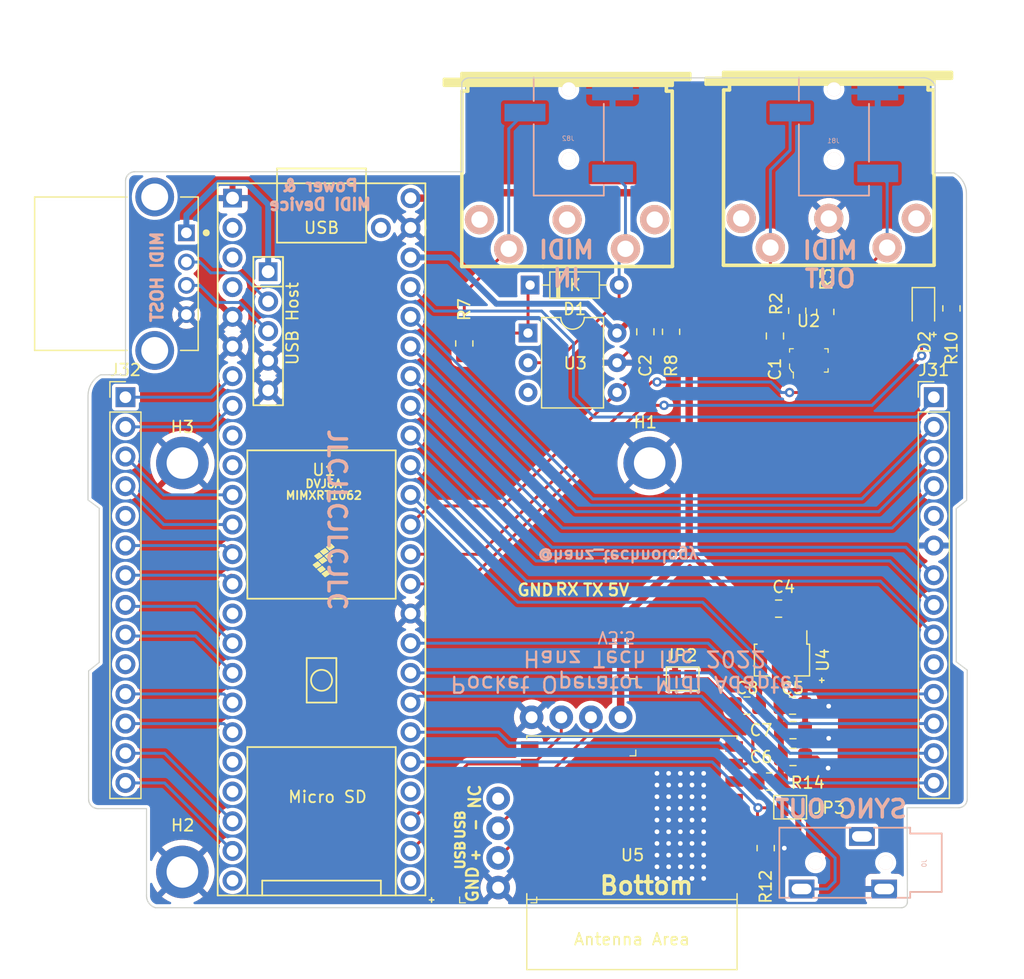
<source format=kicad_pcb>
(kicad_pcb (version 20211014) (generator pcbnew)
  (layers (0 "F.Cu" signal) (31 "B.Cu" signal) (34 "B.Paste" user) (35 "F.Paste" user) (36 "B.SilkS" user "B.Silkscreen") (37 "F.SilkS" user "F.Silkscreen") (38 "B.Mask" user) (39 "F.Mask" user) (44 "Edge.Cuts" user))
  (net 0 "")
  (net 1 "Board_0-/bottom/3.3V")
  (net 2 "Board_0-/bottom/3.3V_ESP32")
  (net 3 "Board_0-/bottom/5V")
  (net 4 "Board_0-/bottom/ESP32_EN")
  (net 5 "Board_0-/bottom/GIPO_PATTERN")
  (net 6 "Board_0-/bottom/GND")
  (net 7 "Board_0-/bottom/GPIO_1")
  (net 8 "Board_0-/bottom/GPIO_10")
  (net 9 "Board_0-/bottom/GPIO_11")
  (net 10 "Board_0-/bottom/GPIO_12")
  (net 11 "Board_0-/bottom/GPIO_13")
  (net 12 "Board_0-/bottom/GPIO_14")
  (net 13 "Board_0-/bottom/GPIO_15")
  (net 14 "Board_0-/bottom/GPIO_16")
  (net 15 "Board_0-/bottom/GPIO_2")
  (net 16 "Board_0-/bottom/GPIO_3")
  (net 17 "Board_0-/bottom/GPIO_4")
  (net 18 "Board_0-/bottom/GPIO_5")
  (net 19 "Board_0-/bottom/GPIO_6")
  (net 20 "Board_0-/bottom/GPIO_7")
  (net 21 "Board_0-/bottom/GPIO_8")
  (net 22 "Board_0-/bottom/GPIO_9")
  (net 23 "Board_0-/bottom/GPIO_BPM")
  (net 24 "Board_0-/bottom/GPIO_FX")
  (net 25 "Board_0-/bottom/GPIO_PLAY")
  (net 26 "Board_0-/bottom/GPIO_SOUND")
  (net 27 "Board_0-/bottom/GPIO_SPECIAL")
  (net 28 "Board_0-/bottom/GPIO_WRITE")
  (net 29 "Board_0-/bottom/H_USB_5V")
  (net 30 "Board_0-/bottom/H_USB_D+")
  (net 31 "Board_0-/bottom/H_USB_D-")
  (net 32 "Board_0-/bottom/MIDI_1_BUF_OUT")
  (net 33 "Board_0-/bottom/MIDI_1_IN")
  (net 34 "Board_0-/bottom/MIDI_1_OUT")
  (net 35 "Board_0-/bottom/MIDI_IN_EXT")
  (net 36 "Board_0-/bottom/MIDI_OUT_EXT")
  (net 37 "Board_0-/bottom/SYNC_OUT")
  (net 38 "Board_0-Net-(C8-Pad1)")
  (net 39 "Board_0-Net-(D1-Pad1)")
  (net 40 "Board_0-Net-(D1-Pad2)")
  (net 41 "Board_0-Net-(D2-Pad1)")
  (net 42 "Board_0-Net-(D2-Pad2)")
  (net 43 "Board_0-Net-(J40-Pad4)")
  (net 44 "Board_0-Net-(J81-Pad2)")
  (net 45 "Board_0-Net-(J81-Pad3)")
  (net 46 "Board_0-Net-(J96-Pad2)")
  (net 47 "Board_0-Net-(J96-Pad3)")
  (net 48 "Board_0-Net-(R14-Pad1)")
  (net 49 "Board_0-unconnected-(J0-Pad3)")
  (net 50 "Board_0-unconnected-(J31-Pad10)")
  (net 51 "Board_0-unconnected-(J31-Pad5)")
  (net 52 "Board_0-unconnected-(J32-Pad10)")
  (net 53 "Board_0-unconnected-(J32-Pad5)")
  (net 54 "Board_0-unconnected-(J40-Pad1)")
  (net 55 "Board_0-unconnected-(J40-Pad2)")
  (net 56 "Board_0-unconnected-(J40-Pad3)")
  (net 57 "Board_0-unconnected-(J90-Pad1)")
  (net 58 "Board_0-unconnected-(J90-Pad3)")
  (net 59 "Board_0-unconnected-(J96-Pad4)")
  (net 60 "Board_0-unconnected-(U1-Pad10)")
  (net 61 "Board_0-unconnected-(U1-Pad15)")
  (net 62 "Board_0-unconnected-(U1-Pad2)")
  (net 63 "Board_0-unconnected-(U1-Pad20)")
  (net 64 "Board_0-unconnected-(U1-Pad21)")
  (net 65 "Board_0-unconnected-(U1-Pad24)")
  (net 66 "Board_0-unconnected-(U1-Pad25)")
  (net 67 "Board_0-unconnected-(U1-Pad28)")
  (net 68 "Board_0-unconnected-(U1-Pad3)")
  (net 69 "Board_0-unconnected-(U1-Pad4)")
  (net 70 "Board_0-unconnected-(U1-Pad49)")
  (net 71 "Board_0-unconnected-(U1-Pad9)")
  (net 72 "Board_0-unconnected-(U2-Pad1)")
  (net 73 "Board_0-unconnected-(U3-Pad3)")
  (net 74 "Board_0-unconnected-(U5-Pad10)")
  (net 75 "Board_0-unconnected-(U5-Pad15)")
  (net 76 "Board_0-unconnected-(U5-Pad16)")
  (net 77 "Board_0-unconnected-(U5-Pad17)")
  (net 78 "Board_0-unconnected-(U5-Pad18)")
  (net 79 "Board_0-unconnected-(U5-Pad3)")
  (net 80 "Board_0-unconnected-(U5-Pad4)")
  (net 81 "Board_0-unconnected-(U5-Pad5)")
  (net 82 "Board_0-unconnected-(U5-Pad6)")
  (footprint "MountingHole:MountingHole_2.7mm_M2.5_ISO7380_Pad" (layer "F.Cu") (at 159.7024 97.68)
    (fp_text reference "H1")
    (fp_text value "MountingHole_Pad")
  )
  (footprint "Jumper:SolderJumper-2_P1.3mm_Open_Pad1.0x1.5mm" (layer "F.Cu") (at 162.9024 116.38)
    (fp_text reference "JP2")
    (fp_text value "SolderJumper_2_Open")
  )
  (footprint "Resistor_SMD:R_0805_2012Metric_Pad1.20x1.40mm_HandSolder" (layer "F.Cu") (at 172.70986 84.88 -90)
    (fp_text reference "R2")
    (fp_text value "220")
  )
  (footprint "Espressif:ESP32-C3-WROOM-02" (layer "F.Cu") (at 158.55986 130.03 180)
    (fp_text reference "U5")
    (fp_text value "ESP32-C3-WROOM-02")
  )
  (footprint "LED_SMD:LED_0805_2012Metric_Pad1.15x1.40mm_HandSolder" (layer "F.Cu") (at 183.50986 84.755 -90)
    (fp_text reference "D2")
    (fp_text value "LED")
  )
  (footprint "Capacitor_SMD:C_0805_2012Metric_Pad1.18x1.45mm_HandSolder" (layer "F.Cu") (at 172.34736 120.78)
    (fp_text reference "C7")
    (fp_text value "10uF")
  )
  (footprint "poma:TE_292303-1" (layer "F.Cu") (at 120.41986 78.21 -90)
    (fp_text reference "J70" hide)
    (fp_text value "USB_A")
  )
  (footprint "Teensy:Teensy41_poma" (layer "F.Cu") (at 131.98986 104.45 -90)
    (fp_text reference "U1")
    (fp_text value "Teensy4.1")
  )
  (footprint "Resistor_SMD:R_0805_2012Metric_Pad1.20x1.40mm_HandSolder" (layer "F.Cu") (at 185.90986 84.68 -90)
    (fp_text reference "R10")
    (fp_text value "68")
  )
  (footprint "Capacitor_SMD:C_0805_2012Metric_Pad1.18x1.45mm_HandSolder" (layer "F.Cu") (at 168.40986 118.68)
    (fp_text reference "C8")
    (fp_text value "0.1uF")
  )
  (footprint "digikey-footprints:PinHeader_1x4_P2.54mm_Drill1.02mm" (layer "F.Cu") (at 147.10986 134.26 90)
    (fp_text reference "J96" hide)
    (fp_text value "0022232041")
  )
  (footprint "Capacitor_SMD:C_0805_2012Metric_Pad1.18x1.45mm_HandSolder" (layer "F.Cu") (at 171.1149 110.38)
    (fp_text reference "C4")
    (fp_text value "1uF")
  )
  (footprint "digikey-footprints:PinHeader_1x4_P2.54mm_Drill1.02mm" (layer "F.Cu") (at 157.58986 119.68 180)
    (fp_text reference "J99" hide)
    (fp_text value "0022232041")
  )
  (footprint "Package_TO_SOT_SMD:SOT-89-3" (layer "F.Cu") (at 171.4024 114.48 -90)
    (fp_text reference "U4")
    (fp_text value "LM1117-3.3")
  )
  (footprint "Capacitor_SMD:C_0805_2012Metric_Pad1.18x1.45mm_HandSolder" (layer "F.Cu") (at 170.8024 87.0425 90)
    (fp_text reference "C1")
    (fp_text value "0.1uF")
  )
  (footprint "Resistor_SMD:R_0805_2012Metric_Pad1.20x1.40mm_HandSolder" (layer "F.Cu") (at 161.90986 86.68 -90)
    (fp_text reference "R8")
    (fp_text value "470")
  )
  (footprint "Resistor_SMD:R_0805_2012Metric_Pad1.20x1.40mm_HandSolder" (layer "F.Cu") (at 170.30986 125.18)
    (fp_text reference "R14")
    (fp_text value "10K")
  )
  (footprint "Resistor_SMD:R_0805_2012Metric_Pad1.20x1.40mm_HandSolder" (layer "F.Cu") (at 170.00986 130.88 90)
    (fp_text reference "R12")
    (fp_text value "10K")
  )
  (footprint "Capacitor_SMD:C_0805_2012Metric_Pad1.18x1.45mm_HandSolder" (layer "F.Cu") (at 159.70986 86.68 90)
    (fp_text reference "C2")
    (fp_text value "0.1uF")
  )
  (footprint "Package_DIP:DIP-6_W7.62mm" (layer "F.Cu") (at 149.66588 86.7912)
    (fp_text reference "U3")
    (fp_text value "H11L1M")
  )
  (footprint "Capacitor_SMD:C_0805_2012Metric_Pad1.18x1.45mm_HandSolder" (layer "F.Cu") (at 172.30986 118.68)
    (fp_text reference "C5")
    (fp_text value "10uF")
  )
  (footprint "MountingHole:MountingHole_2.7mm_M2.5_ISO7380_Pad" (layer "F.Cu") (at 120.078 98.08)
    (fp_text reference "H3")
    (fp_text value "MountingHole_Pad")
  )
  (footprint "Capacitor_SMD:C_0805_2012Metric_Pad1.18x1.45mm_HandSolder" (layer "F.Cu") (at 172.34736 123.08)
    (fp_text reference "C6")
    (fp_text value "0.1uF")
  )
  (footprint "Diode_THT:D_DO-35_SOD27_P7.62mm_Horizontal" (layer "F.Cu") (at 149.8424 82.68)
    (fp_text reference "D1")
    (fp_text value "1N914")
  )
  (footprint "MountingHole:MountingHole_2.7mm_M2.5_ISO7380_Pad" (layer "F.Cu") (at 120.1024 132.18)
    (fp_text reference "H2")
    (fp_text value "MountingHole_Pad")
  )
  (footprint "Resistor_SMD:R_0805_2012Metric_Pad1.20x1.40mm_HandSolder" (layer "F.Cu") (at 144.20986 87.68 -90)
    (fp_text reference "R7")
    (fp_text value "220")
  )
  (footprint "Resistor_SMD:R_0805_2012Metric_Pad1.20x1.40mm_HandSolder" (layer "F.Cu") (at 175.10986 84.98 -90)
    (fp_text reference "R3")
    (fp_text value "220")
  )
  (footprint "Jumper:SolderJumper-2_P1.3mm_Open_Pad1.0x1.5mm" (layer "F.Cu") (at 172.1024 127.38 180)
    (fp_text reference "JP3")
    (fp_text value "SolderJumper_2_Open")
  )
  (footprint "digikey-footprints:SOT-753" (layer "F.Cu") (at 173.7024 89.13)
    (fp_text reference "U2")
    (fp_text value "SN74LVC1G07DBVR")
  )
  (footprint "Connector_PinHeader_2.54mm:PinHeader_1x14_P2.54mm_Vertical" (layer "F.Cu") (at 115.2024 92.28)
    (fp_text reference "J32")
    (fp_text value "Conn_01x14_Female")
  )
  (footprint "poma:MIDI_DIN5_NO_ATTACHEMENT" (layer "F.Cu") (at 153.00986 74.08 180)
    (fp_text reference "J40" hide)
    (fp_text value "MIDI_1_IN" hide)
  )
  (footprint "poma:MIDI_DIN5_NO_ATTACHEMENT" (layer "F.Cu") (at 175.40986 73.98 180)
    (fp_text reference "J90" hide)
    (fp_text value "MIDI_1_OUT" hide)
  )
  (footprint "Connector_PinHeader_2.54mm:PinHeader_1x14_P2.54mm_Vertical" (layer "F.Cu") (at 184.4024 92.28)
    (fp_text reference "J31")
    (fp_text value "Conn_01x14_Female")
  )
  (footprint "jacks:3.5mm_stereo_jack_PJ320B" (layer "B.Cu") (at 175.8524 65.92 180)
    (fp_text reference "J81")
    (fp_text value "PJ-320B" hide)
  )
  (footprint "poma:3.5mm_stereo_jack_PJ320B_THRU" (layer "B.Cu") (at 180.2794 132.13 90)
    (fp_text reference "J0")
    (fp_text value "PJ-320B" hide)
  )
  (footprint "jacks:3.5mm_stereo_jack_PJ320B" (layer "B.Cu") (at 153.1524 65.92 180)
    (fp_text reference "J82")
    (fp_text value "PJ-320B" hide)
  )
  (gr_line (start 182.001693 135.815865) (end 181.963135 135.852891) (layer "Edge.Cuts") (width 0.1))
  (gr_line (start 184.426819 65.434066) (end 184.456891 65.483456) (layer "Edge.Cuts") (width 0.1))
  (gr_line (start 184.32159 65.296423) (end 184.359089 65.34044) (layer "Edge.Cuts") (width 0.1))
  (gr_line (start 181.619543 135.981573) (end 117.77 135.981) (layer "Edge.Cuts") (width 0.1))
  (gr_line (start 117.718826 135.963662) (end 117.666254 135.943572) (layer "Edge.Cuts") (width 0.1))
  (gr_line (start 183.557871 64.935089) (end 183.615548 64.939223) (layer "Edge.Cuts") (width 0.1))
  (gr_line (start 112.014402 91.933023) (end 112.027973 91.829551) (layer "Edge.Cuts") (width 0.1))
  (gr_line (start 117.008999 127.501) (end 112.86 127.501) (layer "Edge.Cuts") (width 0.1))
  (gr_line (start 183.786141 64.969802) (end 183.841663 64.985959) (layer "Edge.Cuts") (width 0.1))
  (gr_line (start 117.008829 134.865116) (end 117.008999 127.501) (layer "Edge.Cuts") (width 0.1))
  (gr_line (start 144.230964 65.079153) (end 144.263902 65.056696) (layer "Edge.Cuts") (width 0.1))
  (gr_line (start 181.852027 135.926837) (end 181.802938 135.948129) (layer "Edge.Cuts") (width 0.1))
  (gr_line (start 186.458974 73.30742) (end 186.538105 73.375459) (layer "Edge.Cuts") (width 0.1))
  (gr_line (start 115.209 90.368992) (end 115.209956 73.738107) (layer "Edge.Cuts") (width 0.1))
  (gr_line (start 184.359089 65.34044) (end 184.394208 65.386379) (layer "Edge.Cuts") (width 0.1))
  (gr_line (start 184.195892 65.177103) (end 184.239878 65.214639) (layer "Edge.Cuts") (width 0.1))
  (gr_line (start 115.53902 73.131974) (end 115.573579 73.108219) (layer "Edge.Cuts") (width 0.1))
  (gr_line (start 144.199288 65.103357) (end 144.230964 65.079153) (layer "Edge.Cuts") (width 0.1))
  (gr_line (start 112.220012 91.23613) (end 112.269637 91.144325) (layer "Edge.Cuts") (width 0.1))
  (gr_line (start 187.125852 127.106757) (end 187.080148 127.165803) (layer "Edge.Cuts") (width 0.1))
  (gr_line (start 117.468581 135.836427) (end 117.423081 135.803366) (layer "Edge.Cuts") (width 0.1))
  (gr_line (start 186.595057 127.419181) (end 186.520459 127.422959) (layer "Edge.Cuts") (width 0.1))
  (gr_line (start 117.013495 135.089829) (end 117.007885 135.033761) (layer "Edge.Cuts") (width 0.1))
  (gr_line (start 183.615548 64.939223) (end 183.672925 64.946401) (layer "Edge.Cuts") (width 0.1))
  (gr_line (start 184.102236 65.109235) (end 184.149941 65.141913) (layer "Edge.Cuts") (width 0.1))
  (gr_line (start 182.080105 135.707799) (end 182.052074 135.753377) (layer "Edge.Cuts") (width 0.1))
  (gr_line (start 117.007885 135.033761) (end 117.005238 134.977528) (layer "Edge.Cuts") (width 0.1))
  (gr_line (start 117.033495 135.200536) (end 117.022043 135.145472) (layer "Edge.Cuts") (width 0.1))
  (gr_line (start 186.845324 127.34758) (end 186.776613 127.377064) (layer "Edge.Cuts") (width 0.1))
  (gr_line (start 112.382863 90.969136) (end 112.446186 90.886184) (layer "Edge.Cuts") (width 0.1))
  (gr_line (start 187.023702 74.047203) (end 187.063496 74.143678) (layer "Edge.Cuts") (width 0.1))
  (gr_line (start 144.406244 64.985591) (end 144.443981 64.972742) (layer "Edge.Cuts") (width 0.1))
  (gr_line (start 112.691245 127.481363) (end 112.64987 127.471427) (layer "Edge.Cuts") (width 0.1))
  (gr_line (start 182.140999 135.419939) (end 182.144651 135.450926) (layer "Edge.Cuts") (width 0.1))
  (gr_line (start 115.248071 73.532447) (end 115.262052 73.492966) (layer "Edge.Cuts") (width 0.1))
  (gr_line (start 112.568812 127.445086) (end 112.529501 127.4288) (layer "Edge.Cuts") (width 0.1))
  (gr_line (start 112.051196 126.770447) (end 112.047854 126.727975) (layer "Edge.Cuts") (width 0.1))
  (gr_line (start 115.236146 73.572707) (end 115.248071 73.532447) (layer "Edge.Cuts") (width 0.1))
  (gr_line (start 187.080148 127.165803) (end 187.028634 127.219996) (layer "Edge.Cuts") (width 0.1))
  (gr_line (start 112.135404 127.05478) (end 112.117066 127.016325) (layer "Edge.Cuts") (width 0.1))
  (gr_line (start 144.263902 65.056696) (end 144.298005 65.036052) (layer "Edge.Cuts") (width 0.1))
  (gr_line (start 144.298005 65.036052) (end 144.333174 65.017281) (layer "Edge.Cuts") (width 0.1))
  (gr_line (start 144.168967 65.129237) (end 144.199288 65.103357) (layer "Edge.Cuts") (width 0.1))
  (gr_line (start 115.926157 72.983349) (end 115.967964 72.980058) (layer "Edge.Cuts") (width 0.1))
  (gr_line (start 117.065037 135.308578) (end 117.047843 135.254973) (layer "Edge.Cuts") (width 0.1))
  (gr_line (start 112.049004 115.7099) (end 112.959 114.97952) (layer "Edge.Cuts") (width 0.1))
  (gr_line (start 184.239878 65.214639) (end 184.281816 65.25445) (layer "Edge.Cuts") (width 0.1))
  (gr_line (start 112.453608 127.390129) (end 112.417283 127.367868) (layer "Edge.Cuts") (width 0.1))
  (gr_line (start 112.90837 90.46736) (end 112.997139 90.412489) (layer "Edge.Cuts") (width 0.1))
  (gr_line (start 115.36182 73.309194) (end 115.38738 73.275882) (layer "Edge.Cuts") (width 0.1))
  (gr_line (start 184.001979 65.051667) (end 184.052869 65.079124) (layer "Edge.Cuts") (width 0.1))
  (gr_line (start 112.04693 91.726876) (end 112.071204 91.62538) (layer "Edge.Cuts") (width 0.1))
  (gr_line (start 187.098206 74.242097) (end 187.127738 74.342191) (layer "Edge.Cuts") (width 0.1))
  (gr_line (start 117.260148 135.648499) (end 117.224789 135.604693) (layer "Edge.Cuts") (width 0.1))
  (gr_line (start 115.967964 72.980058) (end 116.009859 72.97896) (layer "Edge.Cuts") (width 0.1))
  (gr_line (start 144.040591 65.281024) (end 144.062898 65.247984) (layer "Edge.Cuts") (width 0.1))
  (gr_line (start 187.261 115.64) (end 187.261 126.69) (layer "Edge.Cuts") (width 0.1))
  (gr_line (start 115.762359 73.018167) (end 115.802568 73.006256) (layer "Edge.Cuts") (width 0.1))
  (gr_line (start 181.777597 135.956891) (end 181.725891 135.970461) (layer "Edge.Cuts") (width 0.1))
  (gr_line (start 112.056756 126.812686) (end 112.051196 126.770447) (layer "Edge.Cuts") (width 0.1))
  (gr_line (start 115.338097 73.343712) (end 115.36182 73.309194) (layer "Edge.Cuts") (width 0.1))
  (gr_line (start 181.92098 135.885844) (end 181.898657 135.900699) (layer "Edge.Cuts") (width 0.1))
  (gr_line (start 182.111003 127.421) (end 182.140999 135.419939) (layer "Edge.Cuts") (width 0.1))
  (gr_line (start 183.841663 64.985959) (end 183.896252 65.00503) (layer "Edge.Cuts") (width 0.1))
  (gr_line (start 186.705369 127.399415) (end 186.668965 127.407862) (layer "Edge.Cuts") (width 0.1))
  (gr_line (start 186.685163 73.523401) (end 186.752727 73.602939) (layer "Edge.Cuts") (width 0.1))
  (gr_line (start 187.261 126.69) (end 187.249563 126.79703) (layer "Edge.Cuts") (width 0.1))
  (gr_line (start 187.192694 74.753882) (end 187.195415 74.85818) (layer "Edge.Cuts") (width 0.1))
  (gr_line (start 112.5854 90.730703) (end 112.660878 90.658636) (layer "Edge.Cuts") (width 0.1))
  (gr_line (start 181.673025 135.978722) (end 181.619543 135.981573) (layer "Edge.Cuts") (width 0.1))
  (gr_line (start 186.668965 127.407862) (end 186.595057 127.419181) (layer "Edge.Cuts") (width 0.1))
  (gr_line (start 112.417283 127.367868) (end 112.38213 127.343706) (layer "Edge.Cuts") (width 0.1))
  (gr_line (start 115.609379 73.086279) (end 115.646187 73.066293) (layer "Edge.Cuts") (width 0.1))
  (gr_line (start 187.184538 74.649841) (end 187.192694 74.753882) (layer "Edge.Cuts") (width 0.1))
  (gr_line (start 116.009859 72.97896) (end 144.008998 72.978999) (layer "Edge.Cuts") (width 0.1))
  (gr_line (start 117.515801 135.867077) (end 117.468581 135.836427) (layer "Edge.Cuts") (width 0.1))
  (gr_line (start 115.226369 73.613434) (end 115.236146 73.572707) (layer "Edge.Cuts") (width 0.1))
  (gr_line (start 112.074464 126.896003) (end 112.064509 126.854525) (layer "Edge.Cuts") (width 0.1))
  (gr_line (start 117.022043 135.145472) (end 117.013495 135.089829) (layer "Edge.Cuts") (width 0.1))
  (gr_line (start 184.394208 65.386379) (end 184.426819 65.434066) (layer "Edge.Cuts") (width 0.1))
  (gr_line (start 112.285038 127.260768) (end 112.255749 127.229901) (layer "Edge.Cuts") (width 0.1))
  (gr_line (start 112.529501 127.4288) (end 112.491048 127.410458) (layer "Edge.Cuts") (width 0.1))
  (gr_line (start 144.48241 64.961939) (end 144.521315 64.953241) (layer "Edge.Cuts") (width 0.1))
  (gr_line (start 112.315978 127.290131) (end 112.285038 127.260768) (layer "Edge.Cuts") (width 0.1))
  (gr_line (start 117.564615 135.895223) (end 117.515801 135.867077) (layer "Edge.Cuts") (width 0.1))
  (gr_line (start 113.089077 90.362221) (end 113.820007 90.359) (layer "Edge.Cuts") (width 0.1))
  (gr_line (start 186.321 101.820481) (end 186.321 114.929502) (layer "Edge.Cuts") (width 0.1))
  (gr_line (start 187.249563 126.79703) (end 187.234527 126.87022) (layer "Edge.Cuts") (width 0.1))
  (gr_line (start 112.348332 127.317768) (end 112.315978 127.290131) (layer "Edge.Cuts") (width 0.1))
  (gr_line (start 117.085049 135.361253) (end 117.065037 135.308578) (layer "Edge.Cuts") (width 0.1))
  (gr_line (start 112.660878 90.658636) (end 112.73997 90.590634) (layer "Edge.Cuts") (width 0.1))
  (gr_line (start 115.884528 72.988832) (end 115.926157 72.983349) (layer "Edge.Cuts") (width 0.1))
  (gr_line (start 187.200999 92.079999) (end 187.210999 101.109998) (layer "Edge.Cuts") (width 0.1))
  (gr_line (start 115.505792 73.157473) (end 115.53902 73.131974) (layer "Edge.Cuts") (width 0.1))
  (gr_line (start 115.296174 73.416322) (end 115.316185 73.379469) (layer "Edge.Cuts") (width 0.1))
  (gr_line (start 112.959 114.97952) (end 112.959 101.790504) (layer "Edge.Cuts") (width 0.1))
  (gr_line (start 144.086958 65.216199) (end 144.1127 65.18576) (layer "Edge.Cuts") (width 0.1))
  (gr_line (start 112.269637 91.144325) (end 112.323951 91.055276) (layer "Edge.Cuts") (width 0.1))
  (gr_line (start 144.560661 64.946656) (end 183.379975 64.939) (layer "Edge.Cuts") (width 0.1))
  (gr_line (start 115.573579 73.108219) (end 115.609379 73.086279) (layer "Edge.Cuts") (width 0.1))
  (gr_line (start 144.14005 65.156757) (end 144.168967 65.129237) (layer "Edge.Cuts") (width 0.1))
  (gr_line (start 112.071204 91.62538) (end 112.100721 91.525337) (layer "Edge.Cuts") (width 0.1))
  (gr_line (start 115.213245 73.696297) (end 115.218725 73.654667) (layer "Edge.Cuts") (width 0.1))
  (gr_line (start 187.234527 126.87022) (end 187.212164 126.941513) (layer "Edge.Cuts") (width 0.1))
  (gr_line (start 115.218725 73.654667) (end 115.226369 73.613434) (layer "Edge.Cuts") (width 0.1))
  (gr_line (start 186.538105 73.375459) (end 186.613582 73.447531) (layer "Edge.Cuts") (width 0.1))
  (gr_line (start 112.155756 127.092267) (end 112.135404 127.05478) (layer "Edge.Cuts") (width 0.1))
  (gr_line (start 187.146418 127.075554) (end 187.125852 127.106757) (layer "Edge.Cuts") (width 0.1))
  (gr_line (start 183.949756 65.026961) (end 184.001979 65.051667) (layer "Edge.Cuts") (width 0.1))
  (gr_line (start 184.509087 65.586974) (end 184.510999 73.079) (layer "Edge.Cuts") (width 0.1))
  (gr_line (start 112.04674 126.685359) (end 112.049004 115.7099) (layer "Edge.Cuts") (width 0.1))
  (gr_line (start 186.752727 73.602939) (end 186.816052 73.685891) (layer "Edge.Cuts") (width 0.1))
  (gr_line (start 182.121594 135.609359) (end 182.103343 135.659657) (layer "Edge.Cuts") (width 0.1))
  (gr_line (start 112.027973 91.829551) (end 112.04693 91.726876) (layer "Edge.Cuts") (width 0.1))
  (gr_line (start 187.182702 127.010179) (end 187.146418 127.075554) (layer "Edge.Cuts") (width 0.1))
  (gr_line (start 112.255749 127.229901) (end 112.228081 127.197504) (layer "Edge.Cuts") (width 0.1))
  (gr_line (start 183.729843 64.956603) (end 183.786141 64.969802) (layer "Edge.Cuts") (width 0.1))
  (gr_line (start 187.170968 74.546367) (end 187.184538 74.649841) (layer "Edge.Cuts") (width 0.1))
  (gr_line (start 186.910611 127.311345) (end 186.845324 127.34758) (layer "Edge.Cuts") (width 0.1))
  (gr_line (start 144.443981 64.972742) (end 144.48241 64.961939) (layer "Edge.Cuts") (width 0.1))
  (gr_line (start 186.37636 73.243569) (end 186.458974 73.30742) (layer "Edge.Cuts") (width 0.1))
  (gr_line (start 186.941857 127.290752) (end 186.910611 127.311345) (layer "Edge.Cuts") (width 0.1))
  (gr_line (start 117.161201 135.511762) (end 117.133177 135.462937) (layer "Edge.Cuts") (width 0.1))
  (gr_line (start 186.1101 73.079005) (end 186.201804 73.129269) (layer "Edge.Cuts") (width 0.1))
  (gr_line (start 181.963135 135.852891) (end 181.92098 135.885844) (layer "Edge.Cuts") (width 0.1))
  (gr_line (start 112.100766 126.976963) (end 112.086548 126.936802) (layer "Edge.Cuts") (width 0.1))
  (gr_line (start 144.369305 65.000438) (end 144.406244 64.985591) (layer "Edge.Cuts") (width 0.1))
  (gr_line (start 112.513747 90.806647) (end 112.5854 90.730703) (layer "Edge.Cuts") (width 0.1))
  (gr_line (start 182.103343 135.659657) (end 182.080105 135.707799) (layer "Edge.Cuts") (width 0.1))
  (gr_line (start 183.500056 64.934011) (end 183.557871 64.935089) (layer "Edge.Cuts") (width 0.1))
  (gr_line (start 115.722828 73.032166) (end 115.762359 73.018167) (layer "Edge.Cuts") (width 0.1))
  (gr_line (start 186.520459 127.422959) (end 182.111003 127.421) (layer "Edge.Cuts") (width 0.1))
  (gr_line (start 117.107786 135.412752) (end 117.085049 135.361253) (layer "Edge.Cuts") (width 0.1))
  (gr_line (start 187.210999 101.109998) (end 186.321 101.820481) (layer "Edge.Cuts") (width 0.1))
  (gr_line (start 183.672925 64.946401) (end 183.729843 64.956603) (layer "Edge.Cuts") (width 0.1))
  (gr_line (start 112.64987 127.471427) (end 112.609021 127.459327) (layer "Edge.Cuts") (width 0.1))
  (gr_line (start 112.064509 126.854525) (end 112.056756 126.812686) (layer "Edge.Cuts") (width 0.1))
  (gr_line (start 112.733186 127.489138) (end 112.691245 127.481363) (layer "Edge.Cuts") (width 0.1))
  (gr_line (start 115.646187 73.066293) (end 115.684037 73.048236) (layer "Edge.Cuts") (width 0.1))
  (gr_line (start 186.613582 73.447531) (end 186.685163 73.523401) (layer "Edge.Cuts") (width 0.1))
  (gr_line (start 182.144188 135.477819) (end 182.139175 135.531091) (layer "Edge.Cuts") (width 0.1))
  (gr_line (start 186.816052 73.685891) (end 186.874994 73.772075) (layer "Edge.Cuts") (width 0.1))
  (gr_line (start 112.086548 126.936802) (end 112.074464 126.896003) (layer "Edge.Cuts") (width 0.1))
  (gr_line (start 117.666254 135.943572) (end 117.614798 135.920736) (layer "Edge.Cuts") (width 0.1))
  (gr_line (start 117.297728 135.690344) (end 117.260148 135.648499) (layer "Edge.Cuts") (width 0.1))
  (gr_line (start 184.281816 65.25445) (end 184.32159 65.296423) (layer "Edge.Cuts") (width 0.1))
  (gr_line (start 187.212164 126.941513) (end 187.182702 127.010179) (layer "Edge.Cuts") (width 0.1))
  (gr_line (start 112.822541 90.526816) (end 112.90837 90.46736) (layer "Edge.Cuts") (width 0.1))
  (gr_line (start 112.491048 127.410458) (end 112.453608 127.390129) (layer "Edge.Cuts") (width 0.1))
  (gr_line (start 117.614798 135.920736) (end 117.564615 135.895223) (layer "Edge.Cuts") (width 0.1))
  (gr_line (start 117.133177 135.462937) (end 117.107786 135.412752) (layer "Edge.Cuts") (width 0.1))
  (gr_line (start 186.321 114.929502) (end 187.261 115.64) (layer "Edge.Cuts") (width 0.1))
  (gr_line (start 115.802568 73.006256) (end 115.843294 72.996477) (layer "Edge.Cuts") (width 0.1))
  (gr_line (start 144.333174 65.017281) (end 144.369305 65.000438) (layer "Edge.Cuts") (width 0.1))
  (gr_line (start 144.062898 65.247984) (end 144.086958 65.216199) (layer "Edge.Cuts") (width 0.1))
  (gr_line (start 117.047843 135.254973) (end 117.033495 135.200536) (layer "Edge.Cuts") (width 0.1))
  (gr_line (start 117.005553 134.921287) (end 117.008829 134.865116) (layer "Edge.Cuts") (width 0.1))
  (gr_line (start 187.195415 74.85818) (end 187.200999 92.079999) (layer "Edge.Cuts") (width 0.1))
  (gr_line (start 144.008998 72.978999) (end 143.999004 65.349909) (layer "Edge.Cuts") (width 0.1))
  (gr_line (start 112.135429 91.426919) (end 112.175221 91.330445) (layer "Edge.Cuts") (width 0.1))
  (gr_line (start 182.128791 135.58353) (end 182.121594 135.609359) (layer "Edge.Cuts") (width 0.1))
  (gr_line (start 182.036328 135.775079) (end 182.001693 135.815865) (layer "Edge.Cuts") (width 0.1))
  (gr_line (start 184.052869 65.079124) (end 184.102236 65.109235) (layer "Edge.Cuts") (width 0.1))
  (gr_line (start 112.178016 127.128593) (end 112.155756 127.092267) (layer "Edge.Cuts") (width 0.1))
  (gr_line (start 115.262052 73.492966) (end 115.278098 73.454221) (layer "Edge.Cuts") (width 0.1))
  (gr_line (start 112.202115 127.163662) (end 112.178016 127.128593) (layer "Edge.Cuts") (width 0.1))
  (gr_line (start 186.201804 73.129269) (end 186.290573 73.184142) (layer "Edge.Cuts") (width 0.1))
  (gr_line (start 112.86 127.501) (end 112.775425 127.4947) (layer "Edge.Cuts") (width 0.1))
  (gr_line (start 117.224789 135.604693) (end 117.191785 135.559087) (layer "Edge.Cuts") (width 0.1))
  (gr_line (start 115.278098 73.454221) (end 115.296174 73.416322) (layer "Edge.Cuts") (width 0.1))
  (gr_line (start 187.127738 74.342191) (end 187.152012 74.443689) (layer "Edge.Cuts") (width 0.1))
  (gr_line (start 117.379344 135.767923) (end 117.337532 135.730227) (layer "Edge.Cuts") (width 0.1))
  (gr_line (start 117.337532 135.730227) (end 117.297728 135.690344) (layer "Edge.Cuts") (width 0.1))
  (gr_line (start 117.191785 135.559087) (end 117.161201 135.511762) (layer "Edge.Cuts") (width 0.1))
  (gr_line (start 182.052074 135.753377) (end 182.036328 135.775079) (layer "Edge.Cuts") (width 0.1))
  (gr_line (start 187.063496 74.143678) (end 187.098206 74.242097) (layer "Edge.Cuts") (width 0.1))
  (gr_line (start 187.000903 127.245048) (end 186.941857 127.290752) (layer "Edge.Cuts") (width 0.1))
  (gr_line (start 112.38213 127.343706) (end 112.348332 127.317768) (layer "Edge.Cuts") (width 0.1))
  (gr_line (start 183.379975 64.939) (end 183.500056 64.934011) (layer "Edge.Cuts") (width 0.1))
  (gr_line (start 187.152012 74.443689) (end 187.170968 74.546367) (layer "Edge.Cuts") (width 0.1))
  (gr_line (start 115.443446 73.213612) (end 115.473864 73.184743) (layer "Edge.Cuts") (width 0.1))
  (gr_line (start 117.77 135.981) (end 117.718826 135.963662) (layer "Edge.Cuts") (width 0.1))
  (gr_line (start 112.73997 90.590634) (end 112.822541 90.526816) (layer "Edge.Cuts") (width 0.1))
  (gr_line (start 181.802938 135.948129) (end 181.777597 135.956891) (layer "Edge.Cuts") (width 0.1))
  (gr_line (start 182.139175 135.531091) (end 182.128791 135.58353) (layer "Edge.Cuts") (width 0.1))
  (gr_line (start 112.997139 90.412489) (end 113.089077 90.362221) (layer "Edge.Cuts") (width 0.1))
  (gr_line (start 187.028634 127.219996) (end 187.000903 127.245048) (layer "Edge.Cuts") (width 0.1))
  (gr_line (start 182.144651 135.450926) (end 182.144188 135.477819) (layer "Edge.Cuts") (width 0.1))
  (gr_line (start 143.999004 65.349909) (end 144.040591 65.281024) (layer "Edge.Cuts") (width 0.1))
  (gr_line (start 186.290573 73.184142) (end 186.37636 73.243569) (layer "Edge.Cuts") (width 0.1))
  (gr_line (start 112.100721 91.525337) (end 112.135429 91.426919) (layer "Edge.Cuts") (width 0.1))
  (gr_line (start 112.446186 90.886184) (end 112.513747 90.806647) (layer "Edge.Cuts") (width 0.1))
  (gr_line (start 115.414581 73.244033) (end 115.443446 73.213612) (layer "Edge.Cuts") (width 0.1))
  (gr_line (start 184.149941 65.141913) (end 184.195892 65.177103) (layer "Edge.Cuts") (width 0.1))
  (gr_line (start 184.456891 65.483456) (end 184.484309 65.534367) (layer "Edge.Cuts") (width 0.1))
  (gr_line (start 186.874994 73.772075) (end 186.929334 73.861171) (layer "Edge.Cuts") (width 0.1))
  (gr_line (start 115.316185 73.379469) (end 115.338097 73.343712) (layer "Edge.Cuts") (width 0.1))
  (gr_line (start 144.1127 65.18576) (end 144.14005 65.156757) (layer "Edge.Cuts") (width 0.1))
  (gr_line (start 115.473864 73.184743) (end 115.505792 73.157473) (layer "Edge.Cuts") (width 0.1))
  (gr_line (start 113.820007 90.359) (end 115.209 90.368992) (layer "Edge.Cuts") (width 0.1))
  (gr_line (start 112.117066 127.016325) (end 112.100766 126.976963) (layer "Edge.Cuts") (width 0.1))
  (gr_line (start 186.978932 73.952933) (end 187.023702 74.047203) (layer "Edge.Cuts") (width 0.1))
  (gr_line (start 184.510999 73.079) (end 186.1101 73.079005) (layer "Edge.Cuts") (width 0.1))
  (gr_line (start 112.228081 127.197504) (end 112.202115 127.163662) (layer "Edge.Cuts") (width 0.1))
  (gr_line (start 184.484309 65.534367) (end 184.509087 65.586974) (layer "Edge.Cuts") (width 0.1))
  (gr_line (start 111.999004 101.080093) (end 111.999 92.14) (layer "Edge.Cuts") (width 0.1))
  (gr_line (start 112.775425 127.4947) (end 112.733186 127.489138) (layer "Edge.Cuts") (width 0.1))
  (gr_line (start 183.896252 65.00503) (end 183.949756 65.026961) (layer "Edge.Cuts") (width 0.1))
  (gr_line (start 112.959 101.790504) (end 111.999004 101.080093) (layer "Edge.Cuts") (width 0.1))
  (gr_line (start 186.776613 127.377064) (end 186.705369 127.399415) (layer "Edge.Cuts") (width 0.1))
  (gr_line (start 115.843294 72.996477) (end 115.884528 72.988832) (layer "Edge.Cuts") (width 0.1))
  (gr_line (start 111.999 92.14) (end 112.014402 91.933023) (layer "Edge.Cuts") (width 0.1))
  (gr_line (start 112.609021 127.459327) (end 112.568812 127.445086) (layer "Edge.Cuts") (width 0.1))
  (gr_line (start 115.38738 73.275882) (end 115.414581 73.244033) (layer "Edge.Cuts") (width 0.1))
  (gr_line (start 112.175221 91.330445) (end 112.220012 91.23613) (layer "Edge.Cuts") (width 0.1))
  (gr_line (start 144.521315 64.953241) (end 144.560661 64.946656) (layer "Edge.Cuts") (width 0.1))
  (gr_line (start 112.047854 126.727975) (end 112.04674 126.685359) (layer "Edge.Cuts") (width 0.1))
  (gr_line (start 117.005238 134.977528) (end 117.005553 134.921287) (layer "Edge.Cuts") (width 0.1))
  (gr_line (start 181.725891 135.970461) (end 181.673025 135.978722) (layer "Edge.Cuts") (width 0.1))
  (gr_line (start 115.684037 73.048236) (end 115.722828 73.032166) (layer "Edge.Cuts") (width 0.1))
  (gr_line (start 112.323951 91.055276) (end 112.382863 90.969136) (layer "Edge.Cuts") (width 0.1))
  (gr_line (start 115.209956 73.738107) (end 115.213245 73.696297) (layer "Edge.Cuts") (width 0.1))
  (gr_line (start 186.929334 73.861171) (end 186.978932 73.952933) (layer "Edge.Cuts") (width 0.1))
  (gr_line (start 117.423081 135.803366) (end 117.379344 135.767923) (layer "Edge.Cuts") (width 0.1))
  (gr_line (start 181.898657 135.900699) (end 181.852027 135.926837) (layer "Edge.Cuts") (width 0.1))
  (gr_text "Pocket Operator Midi Adapter\n   Hanz Tech Inc 2022\n\n\n" (at 158.1024 113.58 180) (layer "B.SilkS") (effects (font (size 1.35 1.35) (thickness 0.2)) (justify mirror)))
  (gr_text "V3.5\n\n" (at 157.2524 112.03 180) (layer "B.SilkS") (effects (font (size 1 1)) (justify mirror)))
  (gr_text "MIDI HOST" (at 117.90986 81.98 90) (layer "B.SilkS") (effects (font (size 1 1) (thickness 0.25)) (justify mirror)))
  (gr_text "JLCJLCJLCJLC" (at 133.30986 102.78 270) (layer "B.SilkS") (effects (font (size 1.5 1.5) (thickness 0.3))))
  (gr_text "  MIDI \n OUT" (at 176.1024 80.93) (layer "B.SilkS") (effects (font (size 1.5 1.5) (thickness 0.3)) (justify mirror)))
  (gr_text "SYNC OUT\n" (at 176.4524 127.53) (layer "B.SilkS") (effects (font (size 1.5 1.5) (thickness 0.3)) (justify mirror)))
  (gr_text "Power &\nMIDI Device" (at 131.8524 74.98) (layer "B.SilkS") (effects (font (size 1 1) (thickness 0.25)) (justify mirror)))
  (gr_text " MIDI \nIN" (at 152.9524 80.88) (layer "B.SilkS") (effects (font (size 1.5 1.5) (thickness 0.3)) (justify mirror)))
  (gr_text "@hanz_technology" (at 157.3524 105.88 180) (layer "B.SilkS") (effects (font (size 1 1) (thickness 0.2)) (justify mirror)))
  (gr_text "GND" (at 144.90986 133.98 90) (layer "F.SilkS") (effects (font (size 1 1) (thickness 0.2))))
  (gr_text "RX" (at 153.0024 108.73) (layer "F.SilkS") (effects (font (size 1 1) (thickness 0.2))))
  (gr_text "TX\n" (at 155.2524 108.78) (layer "F.SilkS") (effects (font (size 1 1) (thickness 0.2))))
  (gr_text "NC\n" (at 145.10986 126.48 90) (layer "F.SilkS") (effects (font (size 1 1) (thickness 0.2))))
  (gr_text "5V" (at 157.4024 108.78) (layer "F.SilkS") (effects (font (size 1 1) (thickness 0.2))))
  (gr_text "GND" (at 150.3024 108.78) (layer "F.SilkS") (effects (font (size 1 1) (thickness 0.2))))
  (gr_text "USB\n-" (at 144.50986 128.88 90) (layer "F.SilkS") (effects (font (size 0.8 0.8) (thickness 0.2))))
  (gr_text "USB\n+" (at 144.50986 131.48 90) (layer "F.SilkS") (effects (font (size 0.8 0.8) (thickness 0.2))))
  (gr_text "Bottom" (at 159.80986 134.08) (layer "F.SilkS") (effects (font (size 1.5 1.5) (thickness 0.3))))
  (gr_text "+" (at 174.80986 116.48) (layer "F.SilkS") (effects (font (size 0.5 0.5) (thickness 0.125))))
  (gr_text "+" (at 141.40986 135.28) (layer "F.SilkS") (effects (font (size 0.5 0.5) (thickness 0.125))))
  (gr_text "+" (at 184.40986 86.88) (layer "F.SilkS") (effects (font (size 0.5 0.5) (thickness 0.125))))
  (segment (start 157.28588 86.7912) (end 158.39708 85.68) (width 0.508) (layer "F.Cu") (net 1))
  (segment (start 159.97236 85.68) (end 160.00986 85.6425) (width 0.508) (layer "F.Cu") (net 1))
  (segment (start 160.00986 85.6425) (end 162.37236 85.6425) (width 0.508) (layer "F.Cu") (net 1))
  (segment (start 162.37236 85.6425) (end 162.40986 85.68) (width 0.508) (layer "F.Cu") (net 1))
  (segment (start 158.39708 85.68) (end 159.97236 85.68) (width 0.508) (layer "F.Cu") (net 1))
  (segment (start 142.9924 80.32) (end 146.9524 84.28) (width 0.508) (layer "B.Cu") (net 1))
  (segment (start 154.77468 84.28) (end 157.28588 86.7912) (width 0.508) (layer "B.Cu") (net 1))
  (segment (start 139.60986 80.32) (end 142.9924 80.32) (width 0.508) (layer "B.Cu") (net 1))
  (segment (start 146.9524 84.28) (end 154.77468 84.28) (width 0.508) (layer "B.Cu") (net 1))
  (segment (start 171.27236 115.0175) (end 171.30986 114.98) (width 0.508) (layer "F.Cu") (net 2))
  (segment (start 171.27236 118.68) (end 171.27236 120.7425) (width 0.508) (layer "F.Cu") (net 2))
  (segment (start 171.30986 116.488) (end 171.30986 114.98) (width 0.508) (layer "F.Cu") (net 2))
  (segment (start 171.30986 125.18) (end 172.8024 126.67254) (width 0.508) (layer "F.Cu") (net 2))
  (segment (start 171.30986 120.78) (end 171.30986 125.045798) (width 0.508) (layer "F.Cu") (net 2))
  (segment (start 170.0024 134.18) (end 167.30986 134.18) (width 0.508) (layer "F.Cu") (net 2))
  (segment (start 171.27236 118.68) (end 171.27236 115.0175) (width 0.508) (layer "F.Cu") (net 2))
  (segment (start 172.8024 126.67254) (end 172.8024 131.38) (width 0.508) (layer "F.Cu") (net 2))
  (segment (start 172.8024 131.38) (end 170.0024 134.18) (width 0.508) (layer "F.Cu") (net 2))
  (segment (start 167.75986 134.18) (end 168.367062 134.18) (width 0.508) (layer "F.Cu") (net 2))
  (segment (start 171.27236 120.7425) (end 171.30986 120.78) (width 0.508) (layer "F.Cu") (net 2))
  (segment (start 168.45986 110.53) (end 163.45986 105.53) (width 0.508) (layer "F.Cu") (net 3))
  (segment (start 163.45986 98.53) (end 163.45986 99.93) (width 0.635) (layer "F.Cu") (net 3))
  (segment (start 163.45986 99.93) (end 163.45986 100.83) (width 0.635) (layer "F.Cu") (net 3))
  (segment (start 163.45986 88.33) (end 163.45986 98.53) (width 0.635) (layer "F.Cu") (net 3))
  (segment (start 139.60986 75.24) (end 141.2924 75.24) (width 0.635) (layer "F.Cu") (net 3))
  (segment (start 169.9024 110.53) (end 169.9024 112.83) (width 0.508) (layer "F.Cu") (net 3))
  (segment (start 163.45986 89.93) (end 163.45986 88.33) (width 0.508) (layer "F.Cu") (net 3))
  (segment (start 172.7524 85.92254) (end 172.70986 85.88) (width 0.25) (layer "F.Cu") (net 3))
  (segment (start 172.70986 85.88) (end 165.10986 85.88) (width 0.508) (layer "F.Cu") (net 3))
  (segment (start 169.9024 110.53) (end 168.45986 110.53) (width 0.508) (layer "F.Cu") (net 3))
  (segment (start 163.65613 84.42627) (end 163.45986 84.23) (width 0.508) (layer "F.Cu") (net 3))
  (segment (start 157.58986 111.4) (end 158.60986 110.38) (width 0.635) (layer "F.Cu") (net 3))
  (segment (start 163.45986 84.23) (end 163.45986 84.77254) (width 0.635) (layer "F.Cu") (net 3))
  (segment (start 141.2924 75.24) (end 141.7524 74.78) (width 0.635) (layer "F.Cu") (net 3))
  (segment (start 165.10986 85.88) (end 163.65613 84.42627) (width 0.508) (layer "F.Cu") (net 3))
  (segment (start 158.60986 110.38) (end 163.45986 105.53) (width 0.635) (layer "F.Cu") (net 3))
  (segment (start 163.45986 98.53) (end 163.45986 99.03) (width 0.508) (layer "F.Cu") (net 3))
  (segment (start 141.7524 74.78) (end 161.85986 74.78) (width 0.635) (layer "F.Cu") (net 3))
  (segment (start 163.45986 84.77254) (end 163.45986 88.33) (width 0.635) (layer "F.Cu") (net 3))
  (segment (start 163.45986 76.38) (end 163.45986 84.77254) (width 0.635) (layer "F.Cu") (net 3))
  (segment (start 157.58986 119.68) (end 157.58986 111.4) (width 0.635) (layer "F.Cu") (net 3))
  (segment (start 161.85986 74.78) (end 163.45986 76.38) (width 0.635) (layer "F.Cu") (net 3))
  (segment (start 163.45986 100.83) (end 163.45986 105.53) (width 0.635) (layer "F.Cu") (net 3))
  (segment (start 172.7524 87.78) (end 172.7524 85.92254) (width 0.25) (layer "F.Cu") (net 3))
  (segment (start 171.4024 127.43) (end 171.4524 127.38) (width 0.25) (layer "F.Cu") (net 4))
  (segment (start 168.70986 131.0425) (end 170.00986 129.7425) (width 0.25) (layer "F.Cu") (net 4))
  (segment (start 169.30986 127.48) (end 169.30986 129.0425) (width 0.25) (layer "F.Cu") (net 4))
  (segment (start 168.30986 132.68) (end 168.70986 132.28) (width 0.25) (layer "F.Cu") (net 4))
  (segment (start 169.3524 127.43) (end 171.4024 127.43) (width 0.25) (layer "F.Cu") (net 4))
  (segment (start 169.30986 129.0425) (end 170.00986 129.7425) (width 0.25) (layer "F.Cu") (net 4))
  (segment (start 168.70986 132.28) (end 168.70986 131.0425) (width 0.25) (layer "F.Cu") (net 4))
  (segment (start 167.30986 132.68) (end 168.30986 132.68) (width 0.25) (layer "F.Cu") (net 4))
  (via (at 169.3524 127.43) (size 0.8) (drill 0.4) (layers "F.Cu" "B.Cu") (net 4))
  (segment (start 165.4224 123.5) (end 169.3524 127.43) (width 0.25) (layer "B.Cu") (net 4))
  (segment (start 139.60986 123.5) (end 165.4224 123.5) (width 0.25) (layer "B.Cu") (net 4))
  (segment (start 184.4024 122.76) (end 172.09078 122.76) (width 0.25) (layer "B.Cu") (net 5))
  (segment (start 172.09078 122.76) (end 165.21078 115.88) (width 0.25) (layer "B.Cu") (net 5))
  (segment (start 165.21078 115.88) (end 139.60986 115.88) (width 0.25) (layer "B.Cu") (net 5))
  (segment (start 173.38486 120.78) (end 173.38486 118.7175) (width 0.508) (layer "F.Cu") (net 6))
  (segment (start 170.6024 131.88) (end 171.6024 130.88) (width 0.25) (layer "F.Cu") (net 6))
  (segment (start 170.00986 131.88) (end 170.6024 131.88) (width 0.25) (layer "F.Cu") (net 6))
  (segment (start 174.6524 89.63) (end 174.6524 90.48) (width 0.25) (layer "F.Cu") (net 6))
  (segment (start 172.1524 110.38) (end 172.9024 111.13) (width 0.508) (layer "F.Cu") (net 6))
  (segment (start 174.4024 123.08) (end 175.3524 124.03) (width 0.25) (layer "F.Cu") (net 6))
  (segment (start 174.1024 89.08) (end 174.6524 89.63) (width 0.25) (layer "F.Cu") (net 6))
  (segment (start 173.38486 120.78) (end 173.38486 123.08) (width 0.508) (layer "F.Cu") (net 6))
  (segment (start 158.89958 87.7175) (end 159.70986 87.7175) (width 0.25) (layer "F.Cu") (net 6))
  (segment (start 173.38486 118.7175) (end 173.34736 118.68) (width 0.508) (layer "F.Cu") (net 6))
  (segment (start 171.8024 89.08) (end 174.1024 89.08) (width 0.25) (layer "F.Cu") (net 6))
  (segment (start 170.8024 88.08) (end 171.8024 89.08) (width 0.25) (layer "F.Cu") (net 6))
  (segment (start 174.7024 120.78) (end 175.4024 121.48) (width 0.25) (layer "F.Cu") (net 6))
  (segment (start 157.28588 89.3312) (end 158.89958 87.7175) (width 0.25) (layer "F.Cu") (net 6))
  (segment (start 173.38486 123.08) (end 174.4024 123.08) (width 0.25) (layer "F.Cu") (net 6))
  (segment (start 173.38486 123.08) (end 173.60986 123.08) (width 0.508) (layer "F.Cu") (net 6))
  (segment (start 175.3524 118.68) (end 175.4024 118.73) (width 0.25) (layer "F.Cu") (net 6))
  (segment (start 173.38486 120.78) (end 174.7024 120.78) (width 0.25) (layer "F.Cu") (net 6))
  (segment (start 172.9024 111.13) (end 172.9024 112.83) (width 0.508) (layer "F.Cu") (net 6))
  (via (at 164.7024 127.48) (size 0.8) (drill 0.4) (layers "F.Cu" "B.Cu") (net 6))
  (via (at 164.7024 132.48) (size 0.8) (drill 0.4) (layers "F.Cu" "B.Cu") (net 6))
  (via (at 163.7024 132.48) (size 0.8) (drill 0.4) (layers "F.Cu" "B.Cu") (net 6))
  (via (at 164.7024 133.48) (size 0.8) (drill 0.4) (layers "F.Cu" "B.Cu") (net 6))
  (via (at 164.7024 124.48) (size 0.8) (drill 0.4) (layers "F.Cu" "B.Cu") (net 6))
  (via (at 161.7024 124.48) (size 0.8) (drill 0.4) (layers "F.Cu" "B.Cu") (net 6))
  (via (at 171.6024 130.88) (size 0.8) (drill 0.4) (layers "F.Cu" "B.Cu") (net 6))
  (via (at 161.7024 126.48) (size 0.8) (drill 0.4) (layers "F.Cu" "B.Cu") (net 6))
  (via (at 175.4024 118.73) (size 0.8) (drill 0.4) (layers "F.Cu" "B.Cu") (net 6))
  (via (at 162.7024 124.48) (size 0.8) (drill 0.4) (layers "F.Cu" "B.Cu") (net 6))
  (via (at 163.7024 128.48) (size 0.8) (drill 0.4) (layers "F.Cu" "B.Cu") (net 6))
  (via (at 161.7024 132.48) (size 0.8) (drill 0.4) (layers "F.Cu" "B.Cu") (net 6))
  (via (at 160.7024 126.48) (size 0.8) (drill 0.4) (layers "F.Cu" "B.Cu") (net 6))
  (via (at 163.7024 127.48) (size 0.8) (drill 0.4) (layers "F.Cu" "B.Cu") (net 6))
  (via (at 164.7024 128.48) (size 0.8) (drill 0.4) (layers "F.Cu" "B.Cu") (net 6))
  (via (at 160.7024 133.48) (size 0.8) (drill 0.4) (layers "F.Cu" "B.Cu") (net 6))
  (via (at 163.7024 129.48) (size 0.8) (drill 0.4) (layers "F.Cu" "B.Cu") (net 6))
  (via (at 162.7024 126.48) (size 0.8) (drill 0.4) (layers "F.Cu" "B.Cu") (net 6))
  (via (at 164.7024 129.48) (size 0.8) (drill 0.4) (layers "F.Cu" "B.Cu") (net 6))
  (via (at 164.7024 131.48) (size 0.8) (drill 0.4) (layers "F.Cu" "B.Cu") (net 6))
  (via (at 163.7024 126.48) (size 0.8) (drill 0.4) (layers "F.Cu" "B.Cu") (net 6))
  (via (at 161.7024 128.48) (size 0.8) (drill 0.4) (layers "F.Cu" "B.Cu") (net 6))
  (via (at 162.7024 132.48) (size 0.8) (drill 0.4) (layers "F.Cu" "B.Cu") (net 6))
  (via (at 162.7024 125.48) (size 0.8) (drill 0.4) (layers "F.Cu" "B.Cu") (net 6))
  (via (at 162.7024 127.48) (size 0.8) (drill 0.4) (layers "F.Cu" "B.Cu") (net 6))
  (via (at 164.7024 130.48) (size 0.8) (drill 0.4) (layers "F.Cu" "B.Cu") (net 6))
  (via (at 163.7024 125.48) (size 0.8) (drill 0.4) (layers "F.Cu" "B.Cu") (net 6))
  (via (at 160.7024 128.48) (size 0.8) (drill 0.4) (layers "F.Cu" "B.Cu") (net 6))
  (via (at 162.7024 130.48) (size 0.8) (drill 0.4) (layers "F.Cu" "B.Cu") (net 6))
  (via (at 160.7024 127.48) (size 0.8) (drill 0.4) (layers "F.Cu" "B.Cu") (net 6))
  (via (at 161.7024 130.48) (size 0.8) (drill 0.4) (layers "F.Cu" "B.Cu") (net 6))
  (via (at 175.3524 124.03) (size 0.8) (drill 0.4) (layers "F.Cu" "B.Cu") (net 6))
  (via (at 163.7024 133.48) (size 0.8) (drill 0.4) (layers "F.Cu" "B.Cu") (net 6))
  (via (at 161.7024 133.48) (size 0.8) (drill 0.4) (layers "F.Cu" "B.Cu") (net 6))
  (via (at 164.7024 126.48) (size 0.8) (drill 0.4) (layers "F.Cu" "B.Cu") (net 6))
  (via (at 161.7024 127.48) (size 0.8) (drill 0.4) (layers "F.Cu" "B.Cu") (net 6))
  (via (at 162.7024 128.48) (size 0.8) (drill 0.4) (layers "F.Cu" "B.Cu") (net 6))
  (via (at 162.7024 133.48) (size 0.8) (drill 0.4) (layers "F.Cu" "B.Cu") (net 6))
  (via (at 164.7024 125.48) (size 0.8) (drill 0.4) (layers "F.Cu" "B.Cu") (net 6))
  (via (at 175.4024 121.48) (size 0.8) (drill 0.4) (layers "F.Cu" "B.Cu") (net 6))
  (via (at 161.7024 125.48) (size 0.8) (drill 0.4) (layers "F.Cu" "B.Cu") (net 6))
  (via (at 162.7024 131.48) (size 0.8) (drill 0.4) (layers "F.Cu" "B.Cu") (net 6))
  (via (at 161.7024 131.48) (size 0.8) (drill 0.4) (layers "F.Cu" "B.Cu") (net 6))
  (via (at 160.7024 125.48) (size 0.8) (drill 0.4) (layers "F.Cu" "B.Cu") (net 6))
  (via (at 160.7024 132.48) (size 0.8) (drill 0.4) (layers "F.Cu" "B.Cu") (net 6))
  (via (at 161.7024 129.48) (size 0.8) (drill 0.4) (layers "F.Cu" "B.Cu") (net 6))
  (via (at 160.7024 130.48) (size 0.8) (drill 0.4) (layers "F.Cu" "B.Cu") (net 6))
  (via (at 160.7024 131.48) (size 0.8) (drill 0.4) (layers "F.Cu" "B.Cu") (net 6))
  (via (at 160.7024 129.48) (size 0.8) (drill 0.4) (layers "F.Cu" "B.Cu") (net 6))
  (via (at 160.7024 124.48) (size 0.8) (drill 0.4) (layers "F.Cu" "B.Cu") (net 6))
  (via (at 163.7024 131.48) (size 0.8) (drill 0.4) (layers "F.Cu" "B.Cu") (net 6))
  (via (at 163.7024 130.48) (size 0.8) (drill 0.4) (layers "F.Cu" "B.Cu") (net 6))
  (via (at 162.7024 129.48) (size 0.8) (drill 0.4) (layers "F.Cu" "B.Cu") (net 6))
  (via (at 163.7024 124.48) (size 0.8) (drill 0.4) (layers "F.Cu" "B.Cu") (net 6))
  (segment (start 164.6024 109.83) (end 172.4524 117.68) (width 0.25) (layer "B.Cu") (net 7))
  (segment (start 149.3524 109.83) (end 164.6024 109.83) (width 0.25) (layer "B.Cu") (net 7))
  (segment (start 139.60986 100.64) (end 148.79986 109.83) (width 0.25) (layer "B.Cu") (net 7))
  (segment (start 172.4524 117.68) (end 184.4024 117.68) (width 0.25) (layer "B.Cu") (net 7))
  (segment (start 148.79986 109.83) (end 149.3524 109.83) (width 0.25) (layer "B.Cu") (net 7))
  (segment (start 179.6824 102.08) (end 184.4024 97.36) (width 0.25) (layer "B.Cu") (net 8))
  (segment (start 153.74986 102.08) (end 179.6824 102.08) (width 0.25) (layer "B.Cu") (net 8))
  (segment (start 139.60986 87.94) (end 153.74986 102.08) (width 0.25) (layer "B.Cu") (net 8))
  (segment (start 180.8224 103.48) (end 184.4024 99.9) (width 0.25) (layer "B.Cu") (net 9))
  (segment (start 139.60986 90.48) (end 152.60986 103.48) (width 0.25) (layer "B.Cu") (net 9))
  (segment (start 152.60986 103.48) (end 180.8224 103.48) (width 0.25) (layer "B.Cu") (net 9))
  (segment (start 124.25538 105.10552) (end 124.40986 105.26) (width 0.508) (layer "F.Cu") (net 10))
  (segment (start 115.2024 104.98) (end 123.62986 104.98) (width 0.25) (layer "B.Cu") (net 10))
  (segment (start 123.62986 104.98) (end 124.36986 105.72) (width 0.25) (layer "B.Cu") (net 10))
  (segment (start 155.3024 93.98) (end 182.9024 93.98) (width 0.25) (layer "B.Cu") (net 11))
  (segment (start 150.83092 84.90852) (end 153.5524 87.63) (width 0.25) (layer "B.Cu") (net 11))
  (segment (start 153.5524 92.23) (end 155.3024 93.98) (width 0.25) (layer "B.Cu") (net 11))
  (segment (start 184.4024 92.48) (end 184.4024 92.28) (width 0.25) (layer "B.Cu") (net 11))
  (segment (start 139.60986 82.86) (end 141.65838 84.90852) (width 0.25) (layer "B.Cu") (net 11))
  (segment (start 141.65838 84.90852) (end 150.83092 84.90852) (width 0.25) (layer "B.Cu") (net 11))
  (segment (start 153.5524 87.63) (end 153.5524 92.23) (width 0.25) (layer "B.Cu") (net 11))
  (segment (start 182.9024 93.98) (end 184.4024 92.48) (width 0.25) (layer "B.Cu") (net 11))
  (segment (start 122.56986 92.28) (end 124.36986 90.48) (width 0.25) (layer "B.Cu") (net 12))
  (segment (start 115.2024 92.28) (end 122.56986 92.28) (width 0.25) (layer "B.Cu") (net 12))
  (segment (start 122.56986 94.82) (end 124.36986 93.02) (width 0.25) (layer "B.Cu") (net 13))
  (segment (start 115.2024 94.82) (end 122.56986 94.82) (width 0.25) (layer "B.Cu") (net 13))
  (segment (start 118.4824 103.18) (end 124.36986 103.18) (width 0.25) (layer "B.Cu") (net 14))
  (segment (start 115.2024 99.9) (end 118.4824 103.18) (width 0.25) (layer "B.Cu") (net 14))
  (segment (start 139.60986 98.1) (end 140.22986 98.1) (width 0.25) (layer "B.Cu") (net 15))
  (segment (start 139.60986 98.1) (end 149.53986 108.03) (width 0.25) (layer "B.Cu") (net 15))
  (segment (start 149.53986 108.03) (end 179.8324 108.03) (width 0.25) (layer "B.Cu") (net 15))
  (segment (start 179.8324 108.03) (end 184.4024 112.6) (width 0.25) (layer "B.Cu") (net 15))
  (segment (start 115.2024 120.22) (end 123.62986 120.22) (width 0.25) (layer "B.Cu") (net 16))
  (segment (start 123.62986 120.22) (end 124.36986 120.96) (width 0.25) (layer "B.Cu") (net 16))
  (segment (start 115.2024 122.76) (end 118.54986 122.76) (width 0.25) (layer "B.Cu") (net 17))
  (segment (start 118.54986 122.76) (end 124.36986 128.58) (width 0.25) (layer "B.Cu") (net 17))
  (segment (start 139.60986 95.56) (end 150.34983 106.29997) (width 0.25) (layer "B.Cu") (net 18))
  (segment (start 180.64237 106.29997) (end 184.4024 110.06) (width 0.25) (layer "B.Cu") (net 18))
  (segment (start 150.34983 106.29997) (end 180.64237 106.29997) (width 0.25) (layer "B.Cu") (net 18))
  (segment (start 182.0124 105.13) (end 184.4024 107.52) (width 0.25) (layer "B.Cu") (net 19))
  (segment (start 139.60986 93.02) (end 151.71986 105.13) (width 0.25) (layer "B.Cu") (net 19))
  (segment (start 151.71986 105.13) (end 182.0124 105.13) (width 0.25) (layer "B.Cu") (net 19))
  (segment (start 121.21538 110.18552) (end 124.36986 113.34) (width 0.25) (layer "B.Cu") (net 20))
  (segment (start 115.0982 110.18552) (end 121.21538 110.18552) (width 0.25) (layer "B.Cu") (net 20))
  (segment (start 115.0982 112.72552) (end 121.21538 112.72552) (width 0.25) (layer "B.Cu") (net 21))
  (segment (start 121.21538 112.72552) (end 124.36986 115.88) (width 0.25) (layer "B.Cu") (net 21))
  (segment (start 139.60986 85.4) (end 155.18986 100.98) (width 0.25) (layer "B.Cu") (net 22))
  (segment (start 155.18986 100.98) (end 178.2424 100.98) (width 0.25) (layer "B.Cu") (net 22))
  (segment (start 178.2424 100.98) (end 184.4024 94.82) (width 0.25) (layer "B.Cu") (net 22))
  (segment (start 171.94986 120.22) (end 165.06986 113.34) (width 0.25) (layer "B.Cu") (net 23))
  (segment (start 184.4024 120.22) (end 171.94986 120.22) (width 0.25) (layer "B.Cu") (net 23))
  (segment (start 165.06986 113.34) (end 139.60986 113.34) (width 0.25) (layer "B.Cu") (net 23))
  (segment (start 123.62986 117.68) (end 124.36986 118.42) (width 0.25) (layer "B.Cu") (net 24))
  (segment (start 115.2024 117.68) (end 123.62986 117.68) (width 0.25) (layer "B.Cu") (net 24))
  (segment (start 124.25538 107.64552) (end 124.40986 107.8) (width 0.508) (layer "F.Cu") (net 25))
  (segment (start 123.62986 107.52) (end 124.36986 108.26) (width 0.25) (layer "B.Cu") (net 25))
  (segment (start 115.2024 107.52) (end 123.62986 107.52) (width 0.25) (layer "B.Cu") (net 25))
  (segment (start 184.4024 125.3) (end 171.92986 125.3) (width 0.25) (layer "B.Cu") (net 26))
  (segment (start 140.14986 117.88) (end 139.60986 118.42) (width 0.25) (layer "B.Cu") (net 26))
  (segment (start 171.92986 125.3) (end 164.50986 117.88) (width 0.25) (layer "B.Cu") (net 26))
  (segment (start 164.50986 117.88) (end 140.14986 117.88) (width 0.25) (layer "B.Cu") (net 26))
  (segment (start 115.2024 125.3) (end 118.54986 125.3) (width 0.25) (layer "B.Cu") (net 27))
  (segment (start 118.54986 125.3) (end 124.36986 131.12) (width 0.25) (layer "B.Cu") (net 27))
  (segment (start 115.2024 97.36) (end 118.4824 100.64) (width 0.25) (layer "B.Cu") (net 28))
  (segment (start 118.4824 100.64) (end 124.36986 100.64) (width 0.25) (layer "B.Cu") (net 28))
  (segment (start 123.166659 73.935999) (end 125.573061 73.935999) (width 0.508) (layer "B.Cu") (net 29))
  (segment (start 120.41986 78.21) (end 120.41986 76.682798) (width 0.508) (layer "B.Cu") (net 29))
  (segment (start 127.42066 75.783598) (end 127.42066 81.5392) (width 0.508) (layer "B.Cu") (net 29))
  (segment (start 120.41986 76.682798) (end 123.166659 73.935999) (width 0.508) (layer "B.Cu") (net 29))
  (segment (start 125.573061 73.935999) (end 127.42066 75.783598) (width 0.508) (layer "B.Cu") (net 29))
  (segment (start 121.57986 82.71) (end 123.044859 84.174999) (width 0.25) (layer "B.Cu") (net 30))
  (segment (start 124.976459 84.174999) (end 127.42066 86.6192) (width 0.25) (layer "B.Cu") (net 30))
  (segment (start 123.044859 84.174999) (end 124.976459 84.174999) (width 0.25) (layer "B.Cu") (net 30))
  (segment (start 120.41986 82.71) (end 121.57986 82.71) (width 0.25) (layer "B.Cu") (net 30))
  (segment (start 124.976459 81.634999) (end 127.42066 84.0792) (width 0.25) (layer "B.Cu") (net 31))
  (segment (start 120.41986 80.71) (end 121.57986 80.71) (width 0.25) (layer "B.Cu") (net 31))
  (segment (start 121.57986 80.71) (end 122.504859 81.634999) (width 0.25) (layer "B.Cu") (net 31))
  (segment (start 122.504859 81.634999) (end 124.976459 81.634999) (width 0.25) (layer "B.Cu") (net 31))
  (segment (start 174.6524 87.78) (end 174.6524 86.43746) (width 0.25) (layer "F.Cu") (net 32))
  (segment (start 175.22986 86.1) (end 175.10986 85.98) (width 0.25) (layer "F.Cu") (net 32))
  (segment (start 174.6524 86.43746) (end 175.10986 85.98) (width 0.25) (layer "F.Cu") (net 32))
  (segment (start 141.19752 101.59234) (end 147.56474 101.59234) (width 0.25) (layer "F.Cu") (net 33))
  (segment (start 157.28588 91.8712) (end 161.47708 87.68) (width 0.25) (layer "F.Cu") (net 33))
  (segment (start 161.47708 87.68) (end 161.90986 87.68) (width 0.25) (layer "F.Cu") (net 33))
  (segment (start 139.60986 103.18) (end 141.19752 101.59234) (width 0.25) (layer "F.Cu") (net 33))
  (segment (start 147.56474 101.59234) (end 157.28588 91.8712) (width 0.25) (layer "F.Cu") (net 33))
  (segment (start 161.47708 87.68) (end 162.00986 87.68) (width 0.25) (layer "F.Cu") (net 33))
  (segment (start 160.2524 90.98) (end 160.70986 90.98) (width 0.25) (layer "F.Cu") (net 34))
  (segment (start 142.1924 105.72) (end 142.2024 105.73) (width 0.25) (layer "F.Cu") (net 34))
  (segment (start 139.60986 105.72) (end 142.1924 105.72) (width 0.25) (layer "F.Cu") (net 34))
  (segment (start 142.2024 105.73) (end 145.5024 105.73) (width 0.25) (layer "F.Cu") (net 34))
  (segment (start 145.5024 105.73) (end 160.2524 90.98) (width 0.25) (layer "F.Cu") (net 34))
  (segment (start 173.7024 91.63) (end 173.7024 90.48) (width 0.25) (layer "F.Cu") (net 34))
  (segment (start 173.4524 91.88) (end 173.7024 91.63) (width 0.25) (layer "F.Cu") (net 34))
  (segment (start 172.0524 91.88) (end 173.4524 91.88) (width 0.25) (layer "F.Cu") (net 34))
  (via (at 160.70986 90.98) (size 0.8) (drill 0.4) (layers "F.Cu" "B.Cu") (net 34))
  (via (at 172.0524 91.88) (size 0.8) (drill 0.4) (layers "F.Cu" "B.Cu") (net 34))
  (segment (start 160.70986 90.98) (end 170.4524 90.98) (width 0.25) (layer "B.Cu") (net 34))
  (segment (start 170.4524 90.98) (end 171.3524 91.88) (width 0.25) (layer "B.Cu") (net 34))
  (segment (start 171.3524 91.88) (end 172.0524 91.88) (width 0.25) (layer "B.Cu") (net 34))
  (segment (start 145.54986 125.18) (end 139.60986 131.12) (width 0.25) (layer "F.Cu") (net 35))
  (segment (start 155.04986 120.94) (end 155.04986 119.68) (width 0.25) (layer "F.Cu") (net 35))
  (segment (start 150.80986 125.18) (end 155.04986 120.94) (width 0.25) (layer "F.Cu") (net 35))
  (segment (start 149.80986 125.18) (end 150.80986 125.18) (width 0.25) (layer "F.Cu") (net 35))
  (segment (start 149.80986 125.18) (end 150.38986 125.18) (width 0.25) (layer "F.Cu") (net 35))
  (segment (start 149.884858 125.18) (end 145.54986 125.18) (width 0.25) (layer "F.Cu") (net 35))
  (segment (start 139.60986 128.58) (end 144.30986 123.88) (width 0.25) (layer "F.Cu") (net 36))
  (segment (start 149.80986 123.68) (end 150.10986 123.68) (width 0.25) (layer "F.Cu") (net 36))
  (segment (start 150.10986 123.68) (end 152.50986 121.28) (width 0.25) (layer "F.Cu") (net 36))
  (segment (start 152.50986 121.28) (end 152.50986 119.68) (width 0.25) (layer "F.Cu") (net 36))
  (segment (start 149.80986 123.68) (end 144.50986 123.68) (width 0.25) (layer "F.Cu") (net 36))
  (segment (start 144.50986 123.68) (end 144.30986 123.88) (width 0.25) (layer "F.Cu") (net 36))
  (segment (start 149.80986 123.68) (end 148.6524 123.68) (width 0.25) (layer "F.Cu") (net 36))
  (segment (start 175.9524 133.73) (end 175.9524 131.73) (width 0.25) (layer "B.Cu") (net 37))
  (segment (start 175.9524 131.73) (end 166.1024 121.88) (width 0.25) (layer "B.Cu") (net 37))
  (segment (start 172.8844 134.38) (end 175.3024 134.38) (width 0.25) (layer "B.Cu") (net 37))
  (segment (start 147.1324 120.96) (end 148.0524 121.88) (width 0.25) (layer "B.Cu") (net 37))
  (segment (start 139.60986 120.96) (end 147.1324 120.96) (width 0.25) (layer "B.Cu") (net 37))
  (segment (start 175.3024 134.38) (end 175.9524 133.73) (width 0.25) (layer "B.Cu") (net 37))
  (segment (start 148.0524 121.88) (end 166.1024 121.88) (width 0.25) (layer "B.Cu") (net 37))
  (segment (start 139.60986 120.96) (end 139.714371 121.064511) (width 0.25) (layer "B.Cu") (net 37))
  (segment (start 165.11986 116.4275) (end 167.37236 118.68) (width 0.25) (layer "F.Cu") (net 38))
  (segment (start 168.90986 122.88) (end 168.90986 123.08) (width 0.25) (layer "F.Cu") (net 38))
  (segment (start 165.07236 116.38) (end 165.11986 116.4275) (width 0.25) (layer "F.Cu") (net 38))
  (segment (start 168.30986 123.68) (end 167.30986 123.68) (width 0.25) (layer "F.Cu") (net 38))
  (segment (start 168.90986 120.2175) (end 168.90986 122.88) (width 0.25) (layer "F.Cu") (net 38))
  (segment (start 167.37236 118.68) (end 168.90986 120.2175) (width 0.25) (layer "F.Cu") (net 38))
  (segment (start 168.90986 121.48) (end 168.90986 122.88) (width 0.25) (layer "F.Cu") (net 38))
  (segment (start 163.5524 116.38) (end 165.07236 116.38) (width 0.25) (layer "F.Cu") (net 38))
  (segment (start 168.90986 123.08) (end 168.30986 123.68) (width 0.25) (layer "F.Cu") (net 38))
  (segment (start 149.66588 86.7912) (end 149.66588 82.85652) (width 0.25) (layer "F.Cu") (net 39))
  (segment (start 149.05468 86.18) (end 149.66588 86.7912) (width 0.25) (layer "F.Cu") (net 39))
  (segment (start 149.7524 86.70468) (end 149.66588 86.7912) (width 0.25) (layer "F.Cu") (net 39))
  (segment (start 144.20986 88.68) (end 146.09866 86.7912) (width 0.25) (layer "F.Cu") (net 39))
  (segment (start 149.66588 82.85652) (end 149.8424 82.68) (width 0.25) (layer "F.Cu") (net 39))
  (segment (start 144.20986 88.68) (end 144.40986 88.68) (width 0.25) (layer "F.Cu") (net 39))
  (segment (start 146.09866 86.7912) (end 149.66588 86.7912) (width 0.25) (layer "F.Cu") (net 39))
  (segment (start 149.66588 89.3312) (end 152.0212 89.3312) (width 0.25) (layer "F.Cu") (net 40))
  (segment (start 157.4624 82.68) (end 157.4624 83.89) (width 0.25) (layer "F.Cu") (net 40))
  (segment (start 157.4624 83.89) (end 152.0212 89.3312) (width 0.25) (layer "F.Cu") (net 40))
  (segment (start 149.66588 89.91261) (end 149.66588 89.3312) (width 0.25) (layer "F.Cu") (net 40))
  (segment (start 157.4624 80.12274) (end 158.00604 79.5791) (width 0.25) (layer "B.Cu") (net 40))
  (segment (start 158.00604 79.5791) (end 158.00604 74.22364) (width 0.25) (layer "B.Cu") (net 40))
  (segment (start 158.00604 74.22364) (end 156.9024 73.12) (width 0.25) (layer "B.Cu") (net 40))
  (segment (start 157.4624 82.68) (end 157.4624 80.12274) (width 0.25) (layer "B.Cu") (net 40))
  (segment (start 157.3724 80.21274) (end 158.00604 79.5791) (width 0.25) (layer "B.Cu") (net 40))
  (segment (start 185.85986 83.73) (end 185.90986 83.68) (width 0.25) (layer "F.Cu") (net 41))
  (segment (start 183.50986 83.73) (end 185.85986 83.73) (width 0.25) (layer "F.Cu") (net 41))
  (segment (start 139.60986 108.26) (end 144.154858 108.26) (width 0.25) (layer "F.Cu") (net 42))
  (segment (start 144.154858 108.26) (end 144.154858 108.235002) (width 0.25) (layer "F.Cu") (net 42))
  (segment (start 159.6124 92.98) (end 144.3324 108.26) (width 0.25) (layer "F.Cu") (net 42))
  (segment (start 183.35986 88.73) (end 183.35986 85.93) (width 0.25) (layer "F.Cu") (net 42))
  (segment (start 183.35986 85.93) (end 183.50986 85.78) (width 0.25) (layer "F.Cu") (net 42))
  (segment (start 144.154858 108.26) (end 144.3324 108.26) (width 0.25) (layer "F.Cu") (net 42))
  (segment (start 161.30986 92.98) (end 159.6124 92.98) (width 0.25) (layer "F.Cu") (net 42))
  (via (at 183.35986 88.73) (size 0.8) (drill 0.4) (layers "F.Cu" "B.Cu") (net 42))
  (via (at 161.30986 92.98) (size 0.8) (drill 0.4) (layers "F.Cu" "B.Cu") (net 42))
  (segment (start 183.35986 88.73) (end 183.40986 88.68) (width 0.25) (layer "B.Cu") (net 42))
  (segment (start 179.10986 92.98) (end 183.35986 88.73) (width 0.25) (layer "B.Cu") (net 42))
  (segment (start 161.30986 92.98) (end 179.10986 92.98) (width 0.25) (layer "B.Cu") (net 42))
  (segment (start 144.20986 83.38292) (end 148.01368 79.5791) (width 0.25) (layer "F.Cu") (net 43))
  (segment (start 144.20986 86.68) (end 144.20986 83.38292) (width 0.25) (layer "F.Cu") (net 43))
  (segment (start 148.01368 79.5791) (end 147.3524 78.91782) (width 0.25) (layer "B.Cu") (net 43))
  (segment (start 148.01368 79.5791) (end 148.01368 69.30872) (width 0.25) (layer "B.Cu") (net 43))
  (segment (start 148.01368 69.30872) (end 149.4024 67.92) (width 0.25) (layer "B.Cu") (net 43))
  (segment (start 175.90514 83.98) (end 180.40604 79.4791) (width 0.25) (layer "F.Cu") (net 44))
  (segment (start 175.10986 83.98) (end 175.90514 83.98) (width 0.25) (layer "F.Cu") (net 44))
  (segment (start 180.40604 73.92364) (end 179.6024 73.12) (width 0.25) (layer "B.Cu") (net 44))
  (segment (start 180.40604 79.4791) (end 180.40604 73.92364) (width 0.25) (layer "B.Cu") (net 44))
  (segment (start 172.70986 83.88) (end 170.41368 81.58382) (width 0.25) (layer "F.Cu") (net 45))
  (segment (start 170.41368 81.58382) (end 170.41368 79.4791) (width 0.25) (layer "F.Cu") (net 45))
  (segment (start 170.41368 79.4791) (end 170.41368 72.81872) (width 0.25) (layer "B.Cu") (net 45))
  (segment (start 170.41368 72.81872) (end 172.1024 71.13) (width 0.25) (layer "B.Cu") (net 45))
  (segment (start 172.1024 71.13) (end 172.1024 67.92) (width 0.25) (layer "B.Cu") (net 45))
  (segment (start 149.434858 128.18) (end 149.80986 128.18) (width 0.25) (layer "F.Cu") (net 46))
  (segment (start 148.684859 130.145001) (end 148.684859 128.929999) (width 0.25) (layer "F.Cu") (net 46))
  (segment (start 147.10986 131.72) (end 148.684859 130.145001) (width 0.25) (layer "F.Cu") (net 46))
  (segment (start 148.684859 128.929999) (end 149.434858 128.18) (width 0.25) (layer "F.Cu") (net 46))
  (segment (start 147.10986 129.18) (end 147.10986 129.004998) (width 0.25) (layer "F.Cu") (net 47))
  (segment (start 147.10986 129.004998) (end 149.434858 126.68) (width 0.25) (layer "F.Cu") (net 47))
  (segment (start 149.434858 126.68) (end 149.80986 126.68) (width 0.25) (layer "F.Cu") (net 47))
  (segment (start 169.30986 125.18) (end 167.30986 125.18) (width 0.508) (layer "F.Cu") (net 48))
  (zone (net 6) (net_name "Board_0-/bottom/GND") (layer "F.Cu") (connect_pads (clearance 0.4)) (min_thickness 0.254) (fill yes (thermal_gap 0.508) (thermal_bridge_width 0.508))
    (polygon (pts (xy 189.8524 60.83) (xy 189.20986 137.08) (xy 109.62656 137.8848) (xy 105.9524 137.63) (xy 104.7524 58.28)))
  )
  (zone (net 0) (net_name "") (layer "F.Cu") (connect_pads (clearance 0)) (min_thickness 0.254)
    (keepout (tracks allowed) (vias allowed) (pads allowed) (copperpour not_allowed) (footprints allowed))
    (fill (thermal_gap 0.508) (thermal_bridge_width 0.508))
    (polygon (pts (xy 176.1524 124.78) (xy 172.5024 124.73) (xy 172.4524 121.73) (xy 172.5024 119.68) (xy 176.2024 119.68)))
  )
  (zone (net 6) (net_name "Board_0-/bottom/GND") (layer "B.Cu") (priority 5) (connect_pads (clearance 0.3)) (min_thickness 0.2) (fill yes (thermal_gap 0.508) (thermal_bridge_width 0.508))
    (polygon (pts (xy 188.8024 61.93) (xy 190.1524 137.9922) (xy 107.5024 136.73) (xy 105.7024 60.73)))
  )
)
</source>
